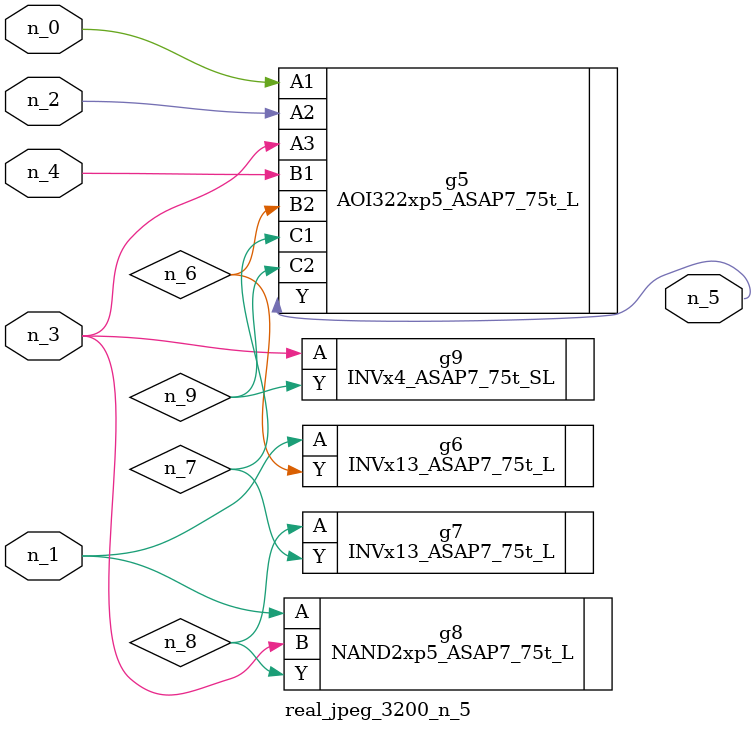
<source format=v>
module real_jpeg_3200_n_5 (n_4, n_0, n_1, n_2, n_3, n_5);

input n_4;
input n_0;
input n_1;
input n_2;
input n_3;

output n_5;

wire n_8;
wire n_6;
wire n_7;
wire n_9;

AOI322xp5_ASAP7_75t_L g5 ( 
.A1(n_0),
.A2(n_2),
.A3(n_3),
.B1(n_4),
.B2(n_6),
.C1(n_7),
.C2(n_9),
.Y(n_5)
);

INVx13_ASAP7_75t_L g6 ( 
.A(n_1),
.Y(n_6)
);

NAND2xp5_ASAP7_75t_L g8 ( 
.A(n_1),
.B(n_3),
.Y(n_8)
);

INVx4_ASAP7_75t_SL g9 ( 
.A(n_3),
.Y(n_9)
);

INVx13_ASAP7_75t_L g7 ( 
.A(n_8),
.Y(n_7)
);


endmodule
</source>
